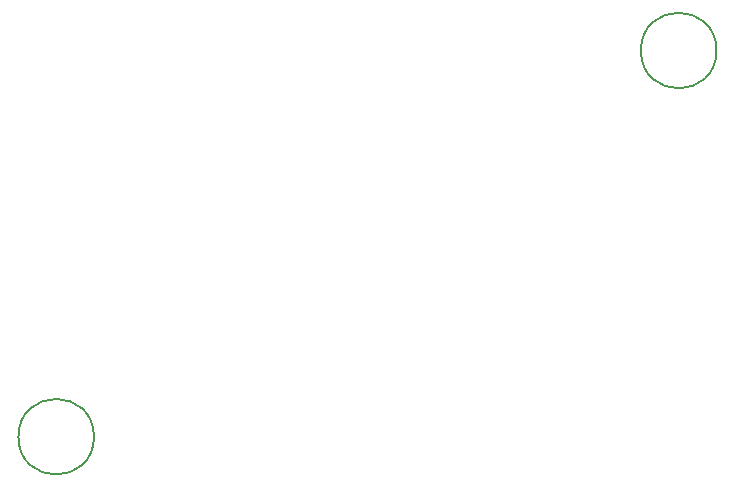
<source format=gbr>
%TF.GenerationSoftware,KiCad,Pcbnew,8.0.2*%
%TF.CreationDate,2025-01-11T16:17:31-03:00*%
%TF.ProjectId,EEG,4545472e-6b69-4636-9164-5f7063625858,rev?*%
%TF.SameCoordinates,Original*%
%TF.FileFunction,Other,Comment*%
%FSLAX46Y46*%
G04 Gerber Fmt 4.6, Leading zero omitted, Abs format (unit mm)*
G04 Created by KiCad (PCBNEW 8.0.2) date 2025-01-11 16:17:31*
%MOMM*%
%LPD*%
G01*
G04 APERTURE LIST*
%ADD10C,0.150000*%
G04 APERTURE END LIST*
D10*
%TO.C,H2*%
X194200000Y-91100000D02*
G75*
G02*
X187800000Y-91100000I-3200000J0D01*
G01*
X187800000Y-91100000D02*
G75*
G02*
X194200000Y-91100000I3200000J0D01*
G01*
%TO.C,H1*%
X141497056Y-123797056D02*
G75*
G02*
X135097056Y-123797056I-3200000J0D01*
G01*
X135097056Y-123797056D02*
G75*
G02*
X141497056Y-123797056I3200000J0D01*
G01*
%TD*%
M02*

</source>
